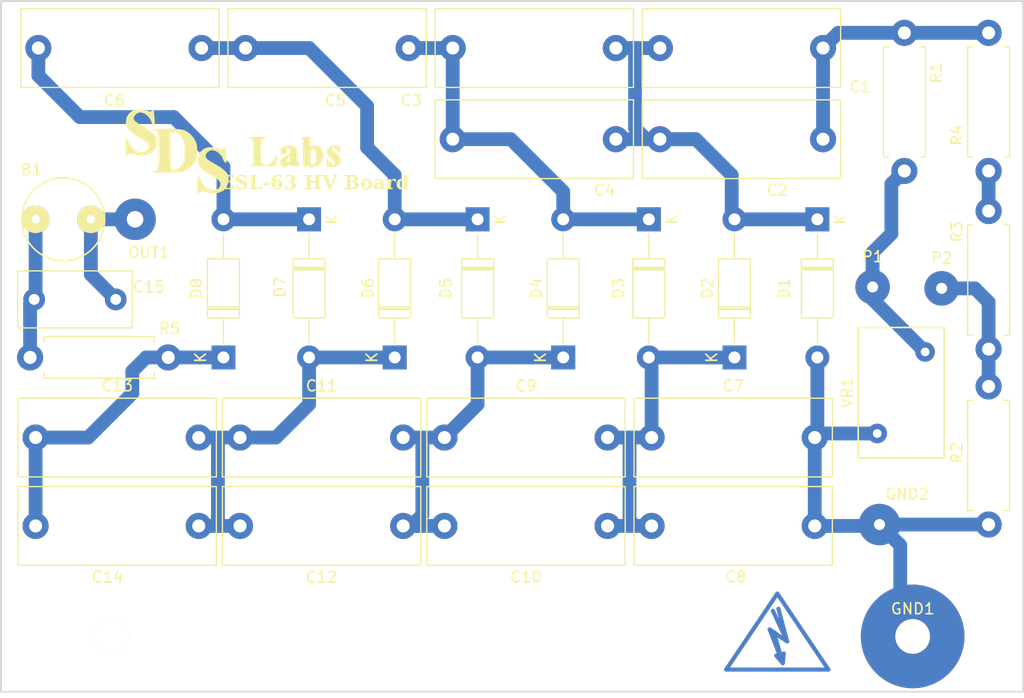
<source format=kicad_pcb>
(kicad_pcb (version 20221018) (generator pcbnew)

  (general
    (thickness 1.6)
  )

  (paper "USLetter")
  (title_block
    (title "Quad ESL-63 HV Board")
    (date "Aug 1, 2018")
    (rev "A")
    (company "SDS Labs")
  )

  (layers
    (0 "F.Cu" signal)
    (31 "B.Cu" signal)
    (32 "B.Adhes" user "B.Adhesive")
    (33 "F.Adhes" user "F.Adhesive")
    (34 "B.Paste" user)
    (35 "F.Paste" user)
    (36 "B.SilkS" user "B.Silkscreen")
    (37 "F.SilkS" user "F.Silkscreen")
    (38 "B.Mask" user)
    (39 "F.Mask" user)
    (40 "Dwgs.User" user "User.Drawings")
    (41 "Cmts.User" user "User.Comments")
    (42 "Eco1.User" user "User.Eco1")
    (43 "Eco2.User" user "User.Eco2")
    (44 "Edge.Cuts" user)
    (45 "Margin" user)
    (46 "B.CrtYd" user "B.Courtyard")
    (47 "F.CrtYd" user "F.Courtyard")
    (48 "B.Fab" user)
    (49 "F.Fab" user)
  )

  (setup
    (pad_to_mask_clearance 0.2)
    (solder_mask_min_width 0.25)
    (pcbplotparams
      (layerselection 0x0000030_ffffffff)
      (plot_on_all_layers_selection 0x0000000_00000000)
      (disableapertmacros false)
      (usegerberextensions false)
      (usegerberattributes false)
      (usegerberadvancedattributes false)
      (creategerberjobfile false)
      (dashed_line_dash_ratio 12.000000)
      (dashed_line_gap_ratio 3.000000)
      (svgprecision 4)
      (plotframeref false)
      (viasonmask false)
      (mode 1)
      (useauxorigin false)
      (hpglpennumber 1)
      (hpglpenspeed 20)
      (hpglpendiameter 15.000000)
      (dxfpolygonmode true)
      (dxfimperialunits true)
      (dxfusepcbnewfont true)
      (psnegative false)
      (psa4output false)
      (plotreference true)
      (plotvalue true)
      (plotinvisibletext false)
      (sketchpadsonfab false)
      (subtractmaskfromsilk false)
      (outputformat 1)
      (mirror false)
      (drillshape 0)
      (scaleselection 1)
      (outputdirectory "")
    )
  )

  (net 0 "")
  (net 1 "Net-(B1-Pad1)")
  (net 2 "Net-(C1-Pad2)")
  (net 3 "Net-(R3-Pad1)")
  (net 4 "Net-(D1-K)")
  (net 5 "Net-(D3-K)")
  (net 6 "Net-(D5-K)")
  (net 7 "Net-(D7-K)")
  (net 8 "Net-(D2-K)")
  (net 9 "Net-(D1-A)")
  (net 10 "Net-(D4-K)")
  (net 11 "Net-(D6-K)")
  (net 12 "Net-(D8-K)")
  (net 13 "Net-(P1-Pin_1)")
  (net 14 "Net-(P2-Pin_1)")
  (net 15 "Net-(OUT1-Pin_1)")

  (footprint "Capacitor_THT:C_Rect_L18.0mm_W7.0mm_P15.00mm_FKS3_FKP3" (layer "F.Cu") (at 168.275 73.914))

  (footprint "Capacitor_THT:C_Rect_L18.0mm_W7.0mm_P15.00mm_FKS3_FKP3" (layer "F.Cu") (at 149.225 73.914))

  (footprint "Capacitor_THT:C_Rect_L18.0mm_W7.0mm_P15.00mm_FKS3_FKP3" (layer "F.Cu") (at 130.175 73.914))

  (footprint "Capacitor_THT:C_Rect_L18.0mm_W7.0mm_P15.00mm_FKS3_FKP3" (layer "F.Cu") (at 111.125 73.914))

  (footprint "Resistor_THT:R_Axial_DIN0411_L9.9mm_D3.6mm_P12.70mm_Horizontal" (layer "F.Cu") (at 190.754 72.517 -90))

  (footprint "Resistor_THT:R_Axial_DIN0411_L9.9mm_D3.6mm_P12.70mm_Horizontal" (layer "F.Cu") (at 198.501 85.217 90))

  (footprint "Wire_Pads:SolderWirePad_single_0-8mmDrill" (layer "F.Cu") (at 191.516 128.016))

  (footprint "Capacitor_THT:C_Rect_L10.3mm_W5.0mm_P7.50mm_MKS4" (layer "F.Cu") (at 118.237 97.028 180))

  (footprint "Capacitor_THT:C_Rect_L18.0mm_W7.0mm_P15.00mm_FKS3_FKP3" (layer "F.Cu") (at 110.871 117.856))

  (footprint "Capacitor_THT:C_Rect_L18.0mm_W7.0mm_P15.00mm_FKS3_FKP3" (layer "F.Cu") (at 110.871 109.728))

  (footprint "Capacitor_THT:C_Rect_L18.0mm_W7.0mm_P15.00mm_FKS3_FKP3" (layer "F.Cu") (at 129.667 117.856))

  (footprint "Wire_Pads:SolderWirePad_single_0-8mmDrill" (layer "F.Cu") (at 194.183 96.012))

  (footprint "Wire_Pads:SolderWirePad_single_0-8mmDrill" (layer "F.Cu") (at 187.833 95.885))

  (footprint "Varistor:RV_Disc_D12mm_W7.9mm_P7.5mm" (layer "F.Cu") (at 192.659 101.854 -90))

  (footprint "Resistor_THT:R_Axial_DIN0411_L9.9mm_D3.6mm_P12.70mm_Horizontal" (layer "F.Cu") (at 110.363 102.362))

  (footprint "Resistor_THT:R_Axial_DIN0411_L9.9mm_D3.6mm_P12.70mm_Horizontal" (layer "F.Cu") (at 198.501 88.9 -90))

  (footprint "Resistor_THT:R_Axial_DIN0411_L9.9mm_D3.6mm_P12.70mm_Horizontal" (layer "F.Cu") (at 198.501 105.029 -90))

  (footprint "Diode_THT:D_DO-41_SOD81_P12.70mm_Horizontal" (layer "F.Cu") (at 128.143 102.362 90))

  (footprint "Diode_THT:D_DO-41_SOD81_P12.70mm_Horizontal" (layer "F.Cu") (at 136.017 89.662 -90))

  (footprint "Diode_THT:D_DO-41_SOD81_P12.70mm_Horizontal" (layer "F.Cu") (at 143.891 102.362 90))

  (footprint "Diode_THT:D_DO-41_SOD81_P12.70mm_Horizontal" (layer "F.Cu") (at 151.511 89.662 -90))

  (footprint "Diode_THT:D_DO-41_SOD81_P12.70mm_Horizontal" (layer "F.Cu") (at 159.385 102.362 90))

  (footprint "Diode_THT:D_DO-41_SOD81_P12.70mm_Horizontal" (layer "F.Cu") (at 167.259 89.662 -90))

  (footprint "Diode_THT:D_DO-41_SOD81_P12.70mm_Horizontal" (layer "F.Cu") (at 175.133 102.362 90))

  (footprint "Diode_THT:D_DO-41_SOD81_P12.70mm_Horizontal" (layer "F.Cu") (at 182.753 89.662 -90))

  (footprint "Capacitor_THT:C_Rect_L18.0mm_W7.0mm_P15.00mm_FKS3_FKP3" (layer "F.Cu") (at 129.667 109.728))

  (footprint "Capacitor_THT:C_Rect_L18.0mm_W7.0mm_P15.00mm_FKS3_FKP3" (layer "F.Cu") (at 148.463 117.856))

  (footprint "Capacitor_THT:C_Rect_L18.0mm_W7.0mm_P15.00mm_FKS3_FKP3" (layer "F.Cu") (at 148.463 109.728))

  (footprint "Capacitor_THT:C_Rect_L18.0mm_W7.0mm_P15.00mm_FKS3_FKP3" (layer "F.Cu") (at 167.513 117.856))

  (footprint "Capacitor_THT:C_Rect_L18.0mm_W7.0mm_P15.00mm_FKS3_FKP3" (layer "F.Cu") (at 168.275 82.296))

  (footprint "Capacitor_THT:C_Rect_L18.0mm_W7.0mm_P15.00mm_FKS3_FKP3" (layer "F.Cu") (at 167.513 109.728))

  (footprint "sdsLogos:sdsLabs-large-fSilk" (layer "F.Cu") (at 129.54 83.185))

  (footprint "Wire_Pads:SolderWirePad_single_0-8mmDrill" (layer "F.Cu") (at 120.015 89.662))

  (footprint "Wire_Pads:SolderWirePad_single_0-8mmDrill" (layer "F.Cu") (at 188.468 117.729))

  (footprint "kicad-SDS-footprints:neonBulb" (layer "F.Cu") (at 113.411 87.122))

  (footprint "Capacitor_THT:C_Rect_L18.0mm_W7.0mm_P15.00mm_FKS3_FKP3" (layer "F.Cu") (at 149.225 82.296))

  (footprint "MountingHole:MountingHole_3.2mm_M3" (layer "F.Cu") (at 117.856 128.016))

  (footprint "Symbol:Symbol_HighVoltage_Type2_CopperTop_VerySmall" (layer "B.Cu") (at 179.07 128.27 180))

  (gr_line (start 107.696 69.596) (end 201.676 69.596)
    (stroke (width 0.15) (type solid)) (layer "Edge.Cuts") (tstamp 37d8ccd6-0a11-49e2-8ee8-70ff7ec6ff14))
  (gr_circle (center 117.856 128.016) (end 119.38 128.016)
    (stroke (width 0.15) (type solid)) (fill none) (layer "Edge.Cuts") (tstamp 393a8004-dd5e-466f-a977-b8f7ff4a859b))
  (gr_line (start 201.676 69.596) (end 201.676 133.096)
    (stroke (width 0.15) (type solid)) (layer "Edge.Cuts") (tstamp 4e3952ca-4dba-41b6-920d-ce918aad1998))
  (gr_line (start 107.696 133.096) (end 107.696 69.596)
    (stroke (width 0.15) (type solid)) (layer "Edge.Cuts") (tstamp ac284c5c-000c-436c-b5e2-e8c466174382))
  (gr_circle (center 191.516 128.016) (end 193.04 128.016)
    (stroke (width 0.15) (type solid)) (fill none) (layer "Edge.Cuts") (tstamp b5329647-ae11-49e0-95af-3e7878e7ee83))
  (gr_line (start 201.676 133.096) (end 107.696 133.096)
    (stroke (width 0.15) (type solid)) (layer "Edge.Cuts") (tstamp ecd43f31-7fbd-4777-a930-661bda7398ac))
  (gr_line (start 107.696 69.596) (end 107.696 122.936)
    (stroke (width 0.2) (type solid)) (layer "Margin") (tstamp 7f6e5263-e60b-4fea-9878-3d95353a2080))
  (gr_line (start 201.676 69.596) (end 107.696 69.596)
    (stroke (width 0.2) (type solid)) (layer "Margin") (tstamp a8763714-72a0-4363-b06c-c6176937ed2a))
  (gr_text "ESL-63 HV Board" (at 136.525 86.36) (layer "F.SilkS") (tstamp 6b1473cf-bb23-448a-bd11-f4aaead3e24b)
    (effects (font (face "Times New Roman") (size 1.27 1.27) (thickness 0.254) bold italic))
    (render_cache "ESL-63 HV Board" 0
      (polygon
        (pts
          (xy 130.238101 85.775334)          (xy 130.139151 86.251784)          (xy 130.162105 86.251784)          (xy 130.175689 86.251509)
          (xy 130.188912 86.250683)          (xy 130.201774 86.249308)          (xy 130.214275 86.247383)          (xy 130.232349 86.243463)
          (xy 130.249611 86.238306)          (xy 130.26606 86.231911)          (xy 130.281697 86.224279)          (xy 130.296522 86.215408)
          (xy 130.310534 86.2053)          (xy 130.323733 86.193954)          (xy 130.336121 86.181371)          (xy 130.347966 86.167582)
          (xy 130.355648 86.157739)          (xy 130.363158 86.147374)          (xy 130.370496 86.136488)          (xy 130.377662 86.125082)
          (xy 130.384656 86.113154)          (xy 130.391477 86.100705)          (xy 130.398127 86.087735)          (xy 130.404605 86.074245)
          (xy 130.41091 86.060233)          (xy 130.417044 86.0457)          (xy 130.423005 86.030646)          (xy 130.428795 86.015071)
          (xy 130.434412 85.998976)          (xy 130.439857 85.982359)          (xy 130.442515 85.973855)          (xy 130.475085 85.973855)
          (xy 130.347287 86.589269)          (xy 130.314718 86.589269)          (xy 130.315957 86.576619)          (xy 130.317376 86.558189)
          (xy 130.318265 86.540414)          (xy 130.318626 86.523293)          (xy 130.318458 86.506826)          (xy 130.317761 86.491014)
          (xy 130.316535 86.475856)          (xy 130.31478 86.461352)          (xy 130.312497 86.447503)          (xy 130.309684 86.434308)
          (xy 130.306343 86.421767)          (xy 130.302565 86.409874)          (xy 130.296994 86.395196)          (xy 130.290812 86.381865)
          (xy 130.284019 86.369882)          (xy 130.276616 86.359245)          (xy 130.266503 86.347845)          (xy 130.255436 86.33855)
          (xy 130.248337 86.333984)          (xy 130.235145 86.32746)          (xy 130.223043 86.323038)          (xy 130.209564 86.319323)
          (xy 130.194709 86.316315)          (xy 130.178478 86.314015)          (xy 130.165401 86.312755)          (xy 130.151549 86.311893)
          (xy 130.136924 86.311428)          (xy 130.126743 86.31134)          (xy 130.0554 86.653788)          (xy 130.052897 86.666009)
          (xy 130.049496 86.683204)          (xy 130.046521 86.699037)          (xy 130.043971 86.713506)          (xy 130.041846 86.726612)
          (xy 130.039675 86.741966)          (xy 130.03826 86.754897)          (xy 130.037554 86.767653)          (xy 130.03803 86.776622)
          (xy 130.041707 86.789793)          (xy 130.048474 86.801389)          (xy 130.057206 86.810478)          (xy 130.060673 86.813225)
          (xy 130.072189 86.819467)          (xy 130.085382 86.823466)          (xy 130.099006 86.825807)          (xy 130.111993 86.826992)
          (xy 130.126463 86.827479)          (xy 130.129535 86.827493)          (xy 130.198707 86.827493)          (xy 130.21876 86.827182)
          (xy 130.23844 86.826248)          (xy 130.257747 86.824691)          (xy 130.276681 86.822511)          (xy 130.295241 86.819708)
          (xy 130.313428 86.816283)          (xy 130.331242 86.812235)          (xy 130.348683 86.807564)          (xy 130.365751 86.80227)
          (xy 130.382445 86.796353)          (xy 130.398767 86.789814)          (xy 130.414715 86.782652)          (xy 130.430289 86.774867)
          (xy 130.445491 86.766459)          (xy 130.46032 86.757428)          (xy 130.474775 86.747775)          (xy 130.48893 86.737508)
          (xy 130.502779 86.726638)          (xy 130.516323 86.715165)          (xy 130.529562 86.703088)          (xy 130.542495 86.690408)
          (xy 130.555123 86.677125)          (xy 130.567446 86.663238)          (xy 130.579463 86.648747)          (xy 130.591175 86.633653)
          (xy 130.602582 86.617956)          (xy 130.613684 86.601656)          (xy 130.62448 86.584752)          (xy 130.63497 86.567244)
          (xy 130.645156 86.549133)          (xy 130.655036 86.530419)          (xy 130.66461 86.511101)          (xy 130.696249 86.511101)
          (xy 130.56566 86.88705)          (xy 129.565613 86.88705)          (xy 129.573988 86.847345)          (xy 129.612761 86.847345)
          (xy 129.628071 86.846929)          (xy 129.642593 86.845679)          (xy 129.656327 86.843597)          (xy 129.669274 86.840681)
          (xy 129.681433 86.836933)          (xy 129.694984 86.831335)          (xy 129.697132 86.830285)          (xy 129.709075 86.823538)
          (xy 129.720086 86.814776)          (xy 129.728958 86.805454)          (xy 129.737118 86.794589)          (xy 129.739318 86.791201)
          (xy 129.745467 86.779609)          (xy 129.750078 86.767603)          (xy 129.753897 86.755762)          (xy 129.757832 86.741935)
          (xy 129.761884 86.72612)          (xy 129.765 86.712955)          (xy 129.76818 86.698672)          (xy 129.770337 86.688529)
          (xy 129.935357 85.894447)          (xy 129.938176 85.880882)          (xy 129.940701 85.868336)          (xy 129.943609 85.853195)
          (xy 129.945993 85.839867)          (xy 129.948238 85.825755)          (xy 129.949852 85.81256)          (xy 129.950246 85.802321)
          (xy 129.9479 85.788886)          (xy 129.943345 85.777118)          (xy 129.935577 85.765872)          (xy 129.927602 85.758584)
          (xy 129.916341 85.750783)          (xy 129.90303 85.744596)          (xy 129.890371 85.740674)          (xy 129.876288 85.737872)
          (xy 129.860782 85.73619)          (xy 129.847352 85.735653)          (xy 129.843852 85.73563)          (xy 129.805078 85.73563)
          (xy 129.813143 85.695926)          (xy 130.782172 85.695926)          (xy 130.708037 86.053263)          (xy 130.675467 86.053263)
          (xy 130.675524 86.037723)          (xy 130.675307 86.022743)          (xy 130.674816 86.008323)          (xy 130.674052 85.994463)
          (xy 130.673013 85.981162)          (xy 130.671701 85.968422)          (xy 130.669219 85.95036)          (xy 130.666121 85.933558)
          (xy 130.662407 85.918016)          (xy 130.658077 85.903733)          (xy 130.65313 85.890709)          (xy 130.647568 85.878946)
          (xy 130.643517 85.871803)          (xy 130.634473 85.85846)          (xy 130.624092 85.846038)          (xy 130.612372 85.834537)
          (xy 130.602705 85.826515)          (xy 130.592285 85.819011)          (xy 130.581113 85.812026)          (xy 130.569188 85.805558)
          (xy 130.556511 85.799609)          (xy 130.543082 85.794177)          (xy 130.533711 85.790844)          (xy 130.521187 85.787209)
          (xy 130.505949 85.784058)          (xy 130.492739 85.782014)          (xy 130.478003 85.780241)          (xy 130.46174 85.778742)
          (xy 130.44395 85.777515)          (xy 130.431242 85.776849)          (xy 130.417855 85.776304)          (xy 130.40379 85.775879)
          (xy 130.389047 85.775577)          (xy 130.373624 85.775395)          (xy 130.357524 85.775334)
        )
      )
      (polygon
        (pts
          (xy 131.788733 85.676074)          (xy 131.715529 86.073115)          (xy 131.680477 86.073115)          (xy 131.680963 86.054311)
          (xy 131.680792 86.035975)          (xy 131.679965 86.018106)          (xy 131.67848 86.000705)          (xy 131.676339 85.983772)
          (xy 131.673542 85.967307)          (xy 131.670087 85.951309)          (xy 131.665976 85.935779)          (xy 131.661208 85.920717)
          (xy 131.655783 85.906122)          (xy 131.649702 85.891995)          (xy 131.642964 85.878336)          (xy 131.635569 85.865145)
          (xy 131.627517 85.852421)          (xy 131.618809 85.840165)          (xy 131.609444 85.828376)          (xy 131.599615 85.817145)
          (xy 131.589514 85.806639)          (xy 131.579143 85.796857)          (xy 131.568499 85.7878)          (xy 131.557584 85.779467)
          (xy 131.546398 85.771859)          (xy 131.534941 85.764976)          (xy 131.523212 85.758817)          (xy 131.511211 85.753382)
          (xy 131.498939 85.748673)          (xy 131.486396 85.744687)          (xy 131.473582 85.741427)          (xy 131.460495 85.738891)
          (xy 131.447138 85.737079)          (xy 131.433509 85.735992)          (xy 131.419609 85.73563)          (xy 131.403497 85.73605)
          (xy 131.38785 85.737309)          (xy 131.372665 85.739409)          (xy 131.357944 85.742348)          (xy 131.343687 85.746126)
          (xy 131.329893 85.750745)          (xy 131.316562 85.756202)          (xy 131.303695 85.7625)          (xy 131.291292 85.769638)
          (xy 131.279351 85.777615)          (xy 131.271649 85.783399)          (xy 131.260669 85.792426)          (xy 131.250529 85.801709)
          (xy 131.241229 85.811248)          (xy 131.232769 85.821043)          (xy 131.225148 85.831095)          (xy 131.216293 85.844896)
          (xy 131.208931 85.859153)          (xy 131.203062 85.873865)          (xy 131.198685 85.889033)          (xy 131.197824 85.892896)
          (xy 131.195498 85.907258)          (xy 131.194567 85.921031)          (xy 131.195032 85.934215)          (xy 131.196893 85.94681)
          (xy 131.20015 85.958817)          (xy 131.201546 85.962688)          (xy 131.207321 85.975461)          (xy 131.214566 85.988188)
          (xy 131.223279 86.000869)          (xy 131.231308 86.010982)          (xy 131.240277 86.021066)          (xy 131.250186 86.03112)
          (xy 131.261035 86.041145)          (xy 131.263894 86.043647)          (xy 131.273922 86.051552)          (xy 131.286945 86.060843)
          (xy 131.298678 86.068721)          (xy 131.312096 86.077379)          (xy 131.327198 86.086816)          (xy 131.338203 86.093541)
          (xy 131.349956 86.100613)          (xy 131.362458 86.10803)          (xy 131.375709 86.115795)          (xy 131.389709 86.123906)
          (xy 131.404457 86.132363)          (xy 131.419954 86.141167)          (xy 131.427984 86.145699)          (xy 131.439218 86.152066)
          (xy 131.450199 86.158411)          (xy 131.460926 86.164733)          (xy 131.481622 86.17731)          (xy 131.501304 86.189798)
          (xy 131.519973 86.202196)          (xy 131.53763 86.214504)          (xy 131.554274 86.226722)          (xy 131.569904 86.238851)
          (xy 131.584522 86.25089)          (xy 131.598126 86.26284)          (xy 131.610718 86.2747)          (xy 131.622297 86.28647)
          (xy 131.632863 86.29815)          (xy 131.642416 86.309741)          (xy 131.650955 86.321243)          (xy 131.658482 86.332654)
          (xy 131.661866 86.338326)          (xy 131.667969 86.34975)          (xy 131.673483 86.361377)          (xy 131.678409 86.373208)
          (xy 131.682745 86.385242)          (xy 131.686493 86.39748)          (xy 131.689652 86.409922)          (xy 131.692222 86.422567)
          (xy 131.694203 86.435415)          (xy 131.695595 86.448467)          (xy 131.696399 86.461723)          (xy 131.696613 86.475182)
          (xy 131.696239 86.488845)          (xy 131.695275 86.502712)          (xy 131.693723 86.516781)          (xy 131.691582 86.531055)
          (xy 131.688852 86.545532)          (xy 131.684605 86.563866)          (xy 131.679542 86.581877)          (xy 131.673662 86.599567)
          (xy 131.666965 86.616934)          (xy 131.659451 86.633978)          (xy 131.651121 86.6507)          (xy 131.641974 86.6671)
          (xy 131.63201 86.683178)          (xy 131.62123 86.698934)          (xy 131.609633 86.714367)          (xy 131.59722 86.729477)
          (xy 131.583989 86.744266)          (xy 131.569942 86.758732)          (xy 131.555079 86.772876)          (xy 131.539398 86.786697)
          (xy 131.522902 86.800197)          (xy 131.505845 86.813118)          (xy 131.488485 86.825206)          (xy 131.470823 86.83646)
          (xy 131.452857 86.84688)          (xy 131.434589 86.856467)          (xy 131.416017 86.86522)          (xy 131.397143 86.873139)
          (xy 131.377966 86.880225)          (xy 131.358486 86.886478)          (xy 131.338703 86.891896)          (xy 131.318617 86.896481)
          (xy 131.298228 86.900233)          (xy 131.277536 86.90315)          (xy 131.256542 86.905234)          (xy 131.235244 86.906485)
          (xy 131.213644 86.906902)          (xy 131.200126 86.906703)          (xy 131.186871 86.906107)          (xy 131.173877 86.905113)
          (xy 131.161144 86.903722)          (xy 131.148674 86.901934)          (xy 131.133454 86.899139)          (xy 131.118642 86.895724)
          (xy 131.112832 86.894184)          (xy 131.097986 86.889754)          (xy 131.08539 86.885413)          (xy 131.072154 86.880366)
          (xy 131.058277 86.87461)          (xy 131.043762 86.868147)          (xy 131.032455 86.862835)          (xy 131.020788 86.857126)
          (xy 131.008762 86.851018)          (xy 131.000544 86.846725)          (xy 130.989267 86.841185)          (xy 130.976413 86.835776)
          (xy 130.964301 86.831719)          (xy 130.951108 86.828695)          (xy 130.937266 86.827493)          (xy 130.924338 86.829039)
          (xy 130.91194 86.833009)          (xy 130.900392 86.838486)          (xy 130.888191 86.845833)          (xy 130.886395 86.847035)
          (xy 130.875752 86.855094)          (xy 130.865457 86.864614)          (xy 130.855512 86.875596)          (xy 130.84749 86.885863)
          (xy 130.839712 86.897145)          (xy 130.833663 86.906902)          (xy 130.802024 86.906902)          (xy 130.892599 86.470156)
          (xy 130.924238 86.470156)          (xy 130.924503 86.492809)          (xy 130.925454 86.51478)          (xy 130.927091 86.53607)
          (xy 130.929414 86.556679)          (xy 130.932423 86.576608)          (xy 130.936117 86.595855)          (xy 130.940497 86.614422)
          (xy 130.945563 86.632307)          (xy 130.951315 86.649512)          (xy 130.957753 86.666035)          (xy 130.964876 86.681878)
          (xy 130.972685 86.69704)          (xy 130.98118 86.71152)          (xy 130.990361 86.72532)          (xy 131.000228 86.738439)
          (xy 131.01078 86.750877)          (xy 131.021819 86.762559)          (xy 131.033143 86.773487)          (xy 131.044753 86.783661)
          (xy 131.05665 86.793082)          (xy 131.068832 86.801749)          (xy 131.0813 86.809662)          (xy 131.094054 86.816822)
          (xy 131.107094 86.823228)          (xy 131.12042 86.828881)          (xy 131.134032 86.833779)          (xy 131.14793 86.837925)
          (xy 131.162114 86.841316)          (xy 131.176583 86.843954)          (xy 131.191339 86.845838)          (xy 131.206381 86.846969)
          (xy 131.221709 86.847345)          (xy 131.239377 86.846879)          (xy 131.256554 86.845481)          (xy 131.27324 86.84315)
          (xy 131.289436 86.839886)          (xy 131.305141 86.835691)          (xy 131.320356 86.830562)          (xy 131.335079 86.824502)
          (xy 131.349312 86.817509)          (xy 131.363055 86.809584)          (xy 131.376306 86.800726)          (xy 131.384868 86.794303)
          (xy 131.397136 86.784147)          (xy 131.408466 86.773685)          (xy 131.418859 86.762918)          (xy 131.428313 86.751846)
          (xy 131.43683 86.740469)          (xy 131.444409 86.728786)          (xy 131.45105 86.716797)          (xy 131.456754 86.704504)
          (xy 131.461519 86.691905)          (xy 131.465347 86.679)          (xy 131.467378 86.670228)          (xy 131.469547 86.65721)
          (xy 131.470625 86.644328)          (xy 131.470613 86.631583)          (xy 131.46951 86.618974)          (xy 131.467317 86.606501)
          (xy 131.464034 86.594165)          (xy 131.462415 86.589269)          (xy 131.457663 86.577056)          (xy 131.451746 86.565041)
          (xy 131.444662 86.553223)          (xy 131.436412 86.541601)          (xy 131.426996 86.530177)          (xy 131.416414 86.518949)
          (xy 131.411854 86.514513)          (xy 131.401628 86.505338)          (xy 131.389404 86.495495)          (xy 131.378926 86.487673)
          (xy 131.367325 86.479475)          (xy 131.354601 86.470901)          (xy 131.340753 86.461951)          (xy 131.325782 86.452624)
          (xy 131.309688 86.442921)          (xy 131.298335 86.436244)          (xy 131.286482 86.429399)          (xy 131.27413 86.422387)
          (xy 131.256777 86.412556)          (xy 131.240078 86.402913)          (xy 131.224033 86.39346)          (xy 131.208642 86.384195)
          (xy 131.193905 86.37512)          (xy 131.179823 86.366233)          (xy 131.166396 86.357536)          (xy 131.153622 86.349028)
          (xy 131.141503 86.340708)          (xy 131.130038 86.332578)          (xy 131.119228 86.324637)          (xy 131.109071 86.316884)
          (xy 131.095064 86.30561)          (xy 131.082528 86.294762)          (xy 131.074989 86.287765)          (xy 131.064532 86.277243)
          (xy 131.054681 86.266497)          (xy 131.045434 86.255527)          (xy 131.036793 86.244334)          (xy 131.028757 86.232918)
          (xy 131.021326 86.221277)          (xy 131.0145 86.209414)          (xy 131.00828 86.197326)          (xy 131.002664 86.185015)
          (xy 130.997654 86.172481)          (xy 130.994651 86.164)          (xy 130.990696 86.15103)          (xy 130.987439 86.137825)
          (xy 130.98488 86.124385)          (xy 130.983019 86.110711)          (xy 130.981855 86.096802)          (xy 130.98139 86.082659)
          (xy 130.981623 86.068282)          (xy 130.982553 86.05367)          (xy 130.984182 86.038824)          (xy 130.986508 86.023743)
          (xy 130.988447 86.013559)          (xy 130.992455 85.996196)          (xy 130.99719 85.979157)          (xy 131.002653 85.962443)
          (xy 131.008842 85.946054)          (xy 131.015758 85.92999)          (xy 131.023401 85.91425)          (xy 131.031771 85.898835)
          (xy 131.040869 85.883745)          (xy 131.050693 85.86898)          (xy 131.061244 85.854539)          (xy 131.072522 85.840423)
          (xy 131.084528 85.826632)          (xy 131.09726 85.813165)          (xy 131.110719 85.800023)          (xy 131.124906 85.787206)
          (xy 131.139819 85.774714)          (xy 131.155222 85.762769)          (xy 131.170876 85.751595)          (xy 131.186783 85.741192)
          (xy 131.202942 85.731559)          (xy 131.219353 85.722697)          (xy 131.236016 85.714605)          (xy 131.252931 85.707284)
          (xy 131.270098 85.700734)          (xy 131.287517 85.694954)          (xy 131.305188 85.689945)          (xy 131.323111 85.685707)
          (xy 131.341286 85.682239)          (xy 131.359713 85.679542)          (xy 131.378392 85.677615)          (xy 131.397324 85.676459)
          (xy 131.416507 85.676074)          (xy 131.430514 85.676287)          (xy 131.444308 85.676927)          (xy 131.457888 85.677993)
          (xy 131.471255 85.679486)          (xy 131.484409 85.681405)          (xy 131.49735 85.683751)          (xy 131.510077 85.686523)
          (xy 131.522591 85.689722)          (xy 131.534847 85.693353)          (xy 131.54777 85.697846)          (xy 131.561359 85.703204)
          (xy 131.575614 85.709424)          (xy 131.587498 85.715022)          (xy 131.599809 85.721172)          (xy 131.612546 85.727875)
          (xy 131.625046 85.734346)          (xy 131.636644 85.739953)          (xy 131.649874 85.74575)          (xy 131.661695 85.750198)
          (xy 131.674021 85.753757)          (xy 131.687301 85.755482)          (xy 131.70043 85.754149)          (xy 131.712286 85.750151)
          (xy 131.72287 85.743487)          (xy 131.724834 85.741834)          (xy 131.733151 85.732606)          (xy 131.741096 85.720587)
          (xy 131.747153 85.709749)          (xy 131.753528 85.697032)          (xy 131.758857 85.685507)          (xy 131.762987 85.676074)
        )
      )
      (polygon
        (pts
          (xy 132.898897 86.450304)          (xy 132.764586 86.88705)          (xy 131.737242 86.88705)          (xy 131.745617 86.847345)
          (xy 131.78408 86.847345)          (xy 131.799308 86.846929)          (xy 131.813778 86.845679)          (xy 131.827491 86.843597)
          (xy 131.840447 86.840681)          (xy 131.852646 86.836933)          (xy 131.866284 86.831335)          (xy 131.868451 86.830285)
          (xy 131.880277 86.823538)          (xy 131.89125 86.814776)          (xy 131.900152 86.805454)          (xy 131.9084 86.794589)
          (xy 131.910637 86.791201)          (xy 131.916665 86.779609)          (xy 131.921208 86.767603)          (xy 131.924983 86.755762)
          (xy 131.928885 86.741935)          (xy 131.932912 86.72612)          (xy 131.936016 86.712955)          (xy 131.93919 86.698672)
          (xy 131.941346 86.688529)          (xy 132.106366 85.894447)          (xy 132.109482 85.879128)          (xy 132.1122 85.864927)
          (xy 132.11452 85.851843)          (xy 132.116994 85.836138)          (xy 132.118761 85.822419)          (xy 132.119974 85.808065)
          (xy 132.119971 85.794939)          (xy 132.119084 85.788672)          (xy 132.114673 85.777075)          (xy 132.107023 85.766361)
          (xy 132.097504 85.757578)          (xy 132.088685 85.75145)          (xy 132.07658 85.745286)          (xy 132.064431 85.741207)
          (xy 132.050647 85.738241)          (xy 132.037911 85.736619)          (xy 132.024039 85.735769)          (xy 132.015171 85.73563)
          (xy 131.976707 85.73563)          (xy 131.984772 85.695926)          (xy 132.601427 85.695926)          (xy 132.593362 85.73563)
          (xy 132.543111 85.73563)          (xy 132.527712 85.736047)          (xy 132.513116 85.737296)          (xy 132.499323 85.739379)
          (xy 132.486332 85.742294)          (xy 132.474144 85.746043)          (xy 132.460578 85.751641)          (xy 132.45843 85.75269)
          (xy 132.446546 85.759437)          (xy 132.435398 85.7682)          (xy 132.426249 85.777521)          (xy 132.417663 85.788386)
          (xy 132.415314 85.791774)          (xy 132.409285 85.803367)          (xy 132.404743 85.815373)          (xy 132.400967 85.827213)
          (xy 132.397066 85.841041)          (xy 132.393038 85.856856)          (xy 132.389935 85.870021)          (xy 132.38676 85.884304)
          (xy 132.384605 85.894447)          (xy 132.22827 86.647274)          (xy 132.224932 86.663679)          (xy 132.222014 86.678928)
          (xy 132.219516 86.693021)          (xy 132.217438 86.705958)          (xy 132.21532 86.721409)          (xy 132.213948 86.734805)
          (xy 132.213283 86.748661)          (xy 132.214025 86.761049)          (xy 132.214311 86.762664)          (xy 132.218995 86.775641)
          (xy 132.227114 86.786655)          (xy 132.237215 86.794798)          (xy 132.246571 86.799887)          (xy 132.260374 86.803279)
          (xy 132.27294 86.804907)          (xy 132.288534 86.806157)          (xy 132.30319 86.806884)          (xy 132.319785 86.807369)
          (xy 132.333504 86.807573)          (xy 132.348313 86.807641)          (xy 132.444781 86.807641)          (xy 132.461848 86.807344)
          (xy 132.4785 86.806453)          (xy 132.494738 86.804967)          (xy 132.510561 86.802887)          (xy 132.52597 86.800212)
          (xy 132.540964 86.796943)          (xy 132.555544 86.79308)          (xy 132.56971 86.788623)          (xy 132.583461 86.783571)
          (xy 132.596798 86.777925)          (xy 132.605459 86.773831)          (xy 132.618236 86.76709)          (xy 132.630861 86.759661)
          (xy 132.643332 86.751546)          (xy 132.655651 86.742744)          (xy 132.667818 86.733255)          (xy 132.679832 86.723079)
          (xy 132.691693 86.712215)          (xy 132.703401 86.700665)          (xy 132.714957 86.688428)          (xy 132.72636 86.675503)
          (xy 132.733877 86.666506)          (xy 132.745245 86.652166)          (xy 132.752917 86.641925)          (xy 132.760664 86.631139)
          (xy 132.768487 86.619807)          (xy 132.776385 86.607931)          (xy 132.784358 86.595508)          (xy 132.792405 86.582541)
          (xy 132.800529 86.569029)          (xy 132.808727 86.554971)          (xy 132.817 86.540368)          (xy 132.825348 86.525219)
          (xy 132.833772 86.509526)          (xy 132.842271 86.493287)          (xy 132.850844 86.476503)          (xy 132.859493 86.459173)
          (xy 132.863846 86.450304)
        )
      )
      (polygon
        (pts
          (xy 133.4957 86.569417)          (xy 132.998468 86.569417)          (xy 133.03569 86.390748)          (xy 133.532922 86.390748)
        )
      )
      (polygon
        (pts
          (xy 134.55003 85.695926)          (xy 134.529853 85.701254)          (xy 134.510113 85.706768)          (xy 134.490809 85.712469)
          (xy 134.47194 85.718356)          (xy 134.453508 85.724431)          (xy 134.435513 85.730691)          (xy 134.417953 85.737139)
          (xy 134.40083 85.743773)          (xy 134.384142 85.750593)          (xy 134.367891 85.7576)          (xy 134.352077 85.764794)
          (xy 134.336698 85.772174)          (xy 134.321756 85.779741)          (xy 134.30725 85.787495)          (xy 134.29318 85.795435)
          (xy 134.279546 85.803561)          (xy 134.266299 85.811892)          (xy 134.253311 85.820442)          (xy 134.240582 85.829214)
          (xy 134.228113 85.838206)          (xy 134.215903 85.847418)          (xy 134.203952 85.856851)          (xy 134.192261 85.866504)
          (xy 134.180828 85.876378)          (xy 134.169656 85.886473)          (xy 134.158742 85.896788)          (xy 134.148088 85.907323)
          (xy 134.137693 85.918079)          (xy 134.127557 85.929056)          (xy 134.117681 85.940253)          (xy 134.108064 85.95167)
          (xy 134.098706 85.963308)          (xy 134.089537 85.975232)          (xy 134.080487 85.987508)          (xy 134.071556 86.000135)
          (xy 134.062744 86.013113)          (xy 134.05405 86.026443)          (xy 134.045475 86.040124)          (xy 134.037019 86.054156)
          (xy 134.028681 86.06854)          (xy 134.020462 86.083275)          (xy 134.012362 86.098362)          (xy 134.004381 86.113799)
          (xy 133.996518 86.129589)          (xy 133.988775 86.145729)          (xy 133.98115 86.162222)          (xy 133.973643 86.179065)
          (xy 133.966256 86.19626)          (xy 133.979127 86.189667)          (xy 133.99118 86.183846)          (xy 134.004564 86.177881)
          (xy 134.01677 86.173028)          (xy 134.029523 86.168773)          (xy 134.034497 86.167412)          (xy 134.04912 86.163923)
          (xy 134.063674 86.160898)          (xy 134.078161 86.158339)          (xy 134.09258 86.156246)          (xy 134.106931 86.154617)
          (xy 134.121214 86.153454)          (xy 134.13543 86.152756)          (xy 134.149577 86.152523)          (xy 134.16554 86.152889)
          (xy 134.181013 86.153987)          (xy 134.195996 86.155817)          (xy 134.21049 86.158378)          (xy 134.224495 86.161671)
          (xy 134.23801 86.165697)          (xy 134.251035 86.170454)          (xy 134.263571 86.175943)          (xy 134.275618 86.182163)
          (xy 134.287175 86.189116)          (xy 134.298242 86.1968)          (xy 134.30882 86.205217)          (xy 134.318908 86.214365)
          (xy 134.328507 86.224245)          (xy 134.337617 86.234857)          (xy 134.346236 86.2462)          (xy 134.354257 86.258136)
          (xy 134.361489 86.270603)          (xy 134.367934 86.283601)          (xy 134.373591 86.297129)          (xy 134.378461 86.311188)
          (xy 134.382543 86.325778)          (xy 134.385838 86.340899)          (xy 134.388345 86.35655)          (xy 134.390064 86.372732)
          (xy 134.390996 86.389444)          (xy 134.39114 86.406688)          (xy 134.390496 86.424462)          (xy 134.389065 86.442766)
          (xy 134.386847 86.461602)          (xy 134.383841 86.480968)          (xy 134.380047 86.500865)          (xy 134.376932 86.514982)
          (xy 134.37348 86.528952)          (xy 134.369691 86.542773)          (xy 134.365565 86.556447)          (xy 134.361102 86.569973)
          (xy 134.356303 86.583351)          (xy 134.351167 86.596581)          (xy 134.345694 86.609664)          (xy 134.339884 86.622598)
          (xy 134.333737 86.635385)          (xy 134.327253 86.648024)          (xy 134.320433 86.660515)          (xy 134.313275 86.672858)
          (xy 134.305781 86.685054)          (xy 134.29795 86.697102)          (xy 134.289782 86.709001)          (xy 134.281365 86.72066)
          (xy 134.272707 86.731984)          (xy 134.26381 86.742974)          (xy 134.254673 86.75363)          (xy 134.245296 86.763951)
          (xy 134.235679 86.773937)          (xy 134.225822 86.78359)          (xy 134.215725 86.792907)          (xy 134.205388 86.801891)
          (xy 134.194811 86.81054)          (xy 134.183995 86.818854)          (xy 134.172938 86.826834)          (xy 134.161642 86.83448)
          (xy 134.150105 86.841791)          (xy 134.138329 86.848768)          (xy 134.126313 86.85541)          (xy 134.114209 86.861646)
          (xy 134.102094 86.867479)          (xy 134.089966 86.872909)          (xy 134.077827 86.877938)          (xy 134.065675 86.882564)
          (xy 134.053511 86.886788)          (xy 134.041335 86.890609)          (xy 134.029146 86.894029)          (xy 134.016946 86.897046)
          (xy 134.004734 86.899661)          (xy 133.992509 86.901873)          (xy 133.974149 86.904438)          (xy 133.955763 86.906097)
          (xy 133.937348 86.906851)          (xy 133.931204 86.906902)          (xy 133.918015 86.906671)          (xy 133.905047 86.905981)
          (xy 133.892299 86.90483)          (xy 133.879771 86.903218)          (xy 133.867464 86.901146)          (xy 133.849417 86.897175)
          (xy 133.831867 86.892168)          (xy 133.814812 86.886124)          (xy 133.798253 86.879045)          (xy 133.782191 86.87093)
          (xy 133.766625 86.861779)          (xy 133.751555 86.851592)          (xy 133.746642 86.847966)          (xy 133.732433 86.836435)
          (xy 133.719118 86.823946)          (xy 133.706697 86.810496)          (xy 133.69517 86.796087)          (xy 133.687983 86.785947)
          (xy 133.681193 86.775382)          (xy 133.6748 86.764389)          (xy 133.668804 86.752971)          (xy 133.663206 86.741125)
          (xy 133.658006 86.728853)          (xy 133.653203 86.716155)          (xy 133.648797 86.70303)          (xy 133.644789 86.689479)
          (xy 133.641178 86.675501)          (xy 133.637989 86.661232)          (xy 133.87444 86.661232)          (xy 133.874521 86.67474)
          (xy 133.874842 86.687734)          (xy 133.875403 86.700214)          (xy 133.876695 86.717971)          (xy 133.878526 86.734573)
          (xy 133.880897 86.750018)          (xy 133.883807 86.764307)          (xy 133.887258 86.77744)          (xy 133.891248 86.789418)
          (xy 133.897408 86.803589)          (xy 133.904528 86.815706)          (xy 133.913154 86.826459)          (xy 133.92298 86.834986)
          (xy 133.934005 86.841289)          (xy 133.946229 86.845368)          (xy 133.959653 86.847222)          (xy 133.964395 86.847345)
          (xy 133.979095 86.845742)          (xy 133.991411 86.841957)          (xy 134.003788 86.835946)          (xy 134.016226 86.827708)
          (xy 134.02622 86.819515)          (xy 134.036253 86.809896)          (xy 134.043803 86.801748)          (xy 134.053709 86.788797)
          (xy 134.06091 86.777151)          (xy 134.067915 86.763847)          (xy 134.074723 86.748885)          (xy 134.081336 86.732265)
          (xy 134.085635 86.720265)          (xy 134.089846 86.707528)          (xy 134.093971 86.694054)          (xy 134.098008 86.679844)
          (xy 134.101958 86.664896)          (xy 134.105821 86.649213)          (xy 134.109597 86.632792)          (xy 134.113285 86.615635)
          (xy 134.116262 86.601043)          (xy 134.119068 86.586736)          (xy 134.121703 86.572714)          (xy 134.124166 86.558977)
          (xy 134.126457 86.545524)          (xy 134.128577 86.532356)          (xy 134.130526 86.519473)          (xy 134.132303 86.506875)
          (xy 134.133909 86.494561)          (xy 134.136606 86.470788)          (xy 134.138618 86.448154)          (xy 134.139943 86.426659)
          (xy 134.140583 86.406303)          (xy 134.140537 86.387086)          (xy 134.139805 86.369008)          (xy 134.138388 86.352068)
          (xy 134.136284 86.336268)          (xy 134.133495 86.321607)          (xy 134.13002 86.308085)          (xy 134.125859 86.295701)
          (xy 134.123521 86.289937)          (xy 134.116736 86.276342)          (xy 134.108787 86.26456)          (xy 134.099675 86.25459)
          (xy 134.0894 86.246433)          (xy 134.077962 86.240089)          (xy 134.065361 86.235557)          (xy 134.051596 86.232838)
          (xy 134.036668 86.231932)          (xy 134.022841 86.232924)          (xy 134.009918 86.235267)          (xy 133.995724 86.238988)
          (xy 133.983452 86.242958)          (xy 133.970366 86.247809)          (xy 133.956465 86.253543)          (xy 133.941751 86.260159)
          (xy 133.93795 86.274647)          (xy 133.934301 86.288643)          (xy 133.930806 86.302147)          (xy 133.927463 86.315159)
          (xy 133.924272 86.327679)          (xy 133.919773 86.345537)          (xy 133.915617 86.362288)          (xy 133.911805 86.377932)
          (xy 133.908336 86.39247)          (xy 133.905211 86.4059)          (xy 133.90243 86.418224)          (xy 133.899255 86.432934)
          (xy 133.896286 86.447639)          (xy 133.893507 86.462285)          (xy 133.890916 86.476874)          (xy 133.888515 86.491404)
          (xy 133.886302 86.505876)          (xy 133.884279 86.52029)          (xy 133.882444 86.534646)          (xy 133.880799 86.548944)
          (xy 133.879342 86.563184)          (xy 133.878075 86.577365)          (xy 133.876997 86.591488)          (xy 133.876107 86.605554)
          (xy 133.875407 86.61956)          (xy 133.874895 86.633509)          (xy 133.874573 86.6474)          (xy 133.87444 86.661232)
          (xy 133.637989 86.661232)          (xy 133.637981 86.661195)          (xy 133.635212 86.646736)          (xy 133.632872 86.632124)
          (xy 133.630961 86.61736)          (xy 133.629479 86.602443)          (xy 133.628427 86.587374)          (xy 133.627803 86.572151)
          (xy 133.627607 86.556776)          (xy 133.627841 86.541249)          (xy 133.628504 86.525569)          (xy 133.629596 86.509736)
          (xy 133.631116 86.49375)          (xy 133.633066 86.477612)          (xy 133.635445 86.461321)          (xy 133.638252 86.444877)
          (xy 133.641488 86.428281)          (xy 133.644134 86.416031)          (xy 133.646953 86.403826)          (xy 133.649945 86.391664)
          (xy 133.653111 86.379547)          (xy 133.65645 86.367475)          (xy 133.659962 86.355446)          (xy 133.663647 86.343462)
          (xy 133.667505 86.331521)          (xy 133.671537 86.319626)          (xy 133.675742 86.307774)          (xy 133.680121 86.295966)
          (xy 133.684672 86.284203)          (xy 133.689397 86.272484)          (xy 133.694296 86.260809)          (xy 133.699367 86.249179)
          (xy 133.704612 86.237593)          (xy 133.71003 86.22605)          (xy 133.715621 86.214553)          (xy 133.721386 86.203099)
          (xy 133.727323 86.191689)          (xy 133.733434 86.180324)          (xy 133.739719 86.169003)          (xy 133.746176 86.157727)
          (xy 133.752807 86.146494)          (xy 133.759611 86.135306)          (xy 133.766589 86.124162)          (xy 133.77374 86.113062)
          (xy 133.781063 86.102006)          (xy 133.788561 86.090995)          (xy 133.796231 86.080028)          (xy 133.804075 86.069105)
          (xy 133.812092 86.058226)          (xy 133.820258 86.047419)          (xy 133.828548 86.036752)          (xy 133.836962 86.026222)
          (xy 133.8455 86.015832)          (xy 133.854163 86.00558)          (xy 133.86295 85.995467)          (xy 133.871861 85.985493)
          (xy 133.880896 85.975658)          (xy 133.890055 85.965961)          (xy 133.899339 85.956403)          (xy 133.908746 85.946984)
          (xy 133.918278 85.937703)          (xy 133.927934 85.928562)          (xy 133.937715 85.919559)          (xy 133.947619 85.910694)
          (xy 133.957648 85.901969)          (xy 133.967801 85.893382)          (xy 133.978078 85.884934)          (xy 133.988479 85.876624)
          (xy 133.999005 85.868454)          (xy 134.009654 85.860422)          (xy 134.020428 85.852529)          (xy 134.031326 85.844774)
          (xy 134.042349 85.837159)          (xy 134.053495 85.829682)          (xy 134.064766 85.822344)          (xy 134.076161 85.815144)
          (xy 134.08768 85.808083)          (xy 134.099323 85.801161)          (xy 134.111091 85.794378)          (xy 134.122982 85.787734)
          (xy 134.134998 85.781228)          (xy 134.147108 85.774871)          (xy 134.159283 85.768712)          (xy 134.171521 85.762752)
          (xy 134.183824 85.756989)          (xy 134.196191 85.751425)          (xy 134.208622 85.746059)          (xy 134.221117 85.740891)
          (xy 134.233677 85.735921)          (xy 134.246301 85.731149)          (xy 134.258989 85.726575)          (xy 134.271741 85.7222)
          (xy 134.284557 85.718022)          (xy 134.297438 85.714043)          (xy 134.310383 85.710261)          (xy 134.323392 85.706678)
          (xy 134.336466 85.703293)          (xy 134.349603 85.700106)          (xy 134.362805 85.697117)          (xy 134.376071 85.694326)
          (xy 134.389401 85.691734)          (xy 134.402796 85.689339)          (xy 134.416254 85.687143)          (xy 134.429777 85.685144)
          (xy 134.443364 85.683344)          (xy 134.457016 85.681742)          (xy 134.470731 85.680338)          (xy 134.484511 85.679132)
          (xy 134.498355 85.678124)          (xy 134.512263 85.677314)          (xy 134.526235 85.676703)          (xy 134.540272 85.676289)
          (xy 134.554373 85.676074)
        )
      )
      (polygon
        (pts
          (xy 134.76437 86.231932)          (xy 134.768403 86.21208)          (xy 134.781116 86.208413)          (xy 134.793354 86.20478)
          (xy 134.81082 86.199395)          (xy 134.827218 86.194086)          (xy 134.842546 86.188854)          (xy 134.856807 86.183697)
          (xy 134.869998 86.178617)          (xy 134.882121 86.173614)          (xy 134.896622 86.167061)          (xy 134.909224 86.160644)
          (xy 134.914812 86.157486)          (xy 134.925441 86.150716)          (xy 134.935924 86.143121)          (xy 134.946262 86.134702)
          (xy 134.956455 86.125459)          (xy 134.966502 86.115393)          (xy 134.976404 86.104502)          (xy 134.98616 86.092788)
          (xy 134.995771 86.080249)          (xy 135.004883 86.067202)          (xy 135.013142 86.054116)          (xy 135.020547 86.040991)
          (xy 135.0271 86.027828)          (xy 135.0328 86.014625)          (xy 135.037646 86.001384)          (xy 135.04164 85.988104)
          (xy 135.044781 85.974785)          (xy 135.047195 85.961129)          (xy 135.048623 85.947843)          (xy 135.049064 85.934927)
          (xy 135.048518 85.922383)          (xy 135.046254 85.906234)          (xy 135.042236 85.890744)          (xy 135.036464 85.875913)
          (xy 135.028937 85.861741)          (xy 135.019656 85.848228)          (xy 135.008935 85.835797)          (xy 134.997089 85.825023)
          (xy 134.98412 85.815906)          (xy 134.970025 85.808447)          (xy 134.954807 85.802645)          (xy 134.942655 85.799382)
          (xy 134.929871 85.797051)          (xy 134.916454 85.795652)          (xy 134.902404 85.795186)          (xy 134.887527 85.795618)
          (xy 134.872752 85.796912)          (xy 134.858079 85.799068)          (xy 134.843507 85.802088)          (xy 134.829037 85.80597)
          (xy 134.814669 85.810715)          (xy 134.800403 85.816323)          (xy 134.786239 85.822793)          (xy 134.772176 85.830126)
          (xy 134.758215 85.838322)          (xy 134.744356 85.84738)          (xy 134.730599 85.857302)          (xy 134.716943 85.868085)
          (xy 134.703389 85.879732)          (xy 134.689937 85.892241)          (xy 134.676587 85.905613)          (xy 134.646809 85.894447)
          (xy 134.657408 85.881049)          (xy 134.668188 85.868076)          (xy 134.67915 85.855526)          (xy 134.690294 85.843401)
          (xy 134.701619 85.8317)          (xy 134.713126 85.820423)          (xy 134.724815 85.80957)          (xy 134.736686 85.799141)
          (xy 134.748739 85.789136)          (xy 134.760973 85.779556)          (xy 134.773389 85.770399)          (xy 134.785987 85.761667)
          (xy 134.798766 85.753358)          (xy 134.811728 85.745474)          (xy 134.824871 85.738013)          (xy 134.838195 85.730977)
          (xy 134.85169 85.724329)          (xy 134.865264 85.718109)          (xy 134.878918 85.712319)          (xy 134.892653 85.706957)
          (xy 134.906467 85.702024)          (xy 134.920361 85.697521)          (xy 134.934336 85.693446)          (xy 134.94839 85.6898)
          (xy 134.962524 85.686583)          (xy 134.976738 85.683795)          (xy 134.991032 85.681436)          (xy 135.005406 85.679505)
          (xy 135.01986 85.678004)          (xy 135.034394 85.676932)          (xy 135.049008 85.676288)          (xy 135.063702 85.676074)
          (xy 135.07849 85.676332)          (xy 135.092841 85.677106)          (xy 135.106755 85.678397)          (xy 135.120234 85.680203)
          (xy 135.133277 85.682526)          (xy 135.145883 85.685365)          (xy 135.158053 85.68872)          (xy 135.17549 85.694721)
          (xy 135.191946 85.701883)          (xy 135.20742 85.710206)          (xy 135.221913 85.719691)          (xy 135.235424 85.730337)
          (xy 135.247954 85.742144)          (xy 135.259324 85.754728)          (xy 135.269237 85.767706)          (xy 135.277695 85.781075)
          (xy 135.284697 85.794837)          (xy 135.290243 85.808992)          (xy 135.294333 85.823539)          (xy 135.296968 85.838479)
          (xy 135.298147 85.853812)          (xy 135.297869 85.869537)          (xy 135.296136 85.885655)          (xy 135.294172 85.896618)
          (xy 135.290595 85.910979)          (xy 135.285914 85.925213)          (xy 135.280127 85.939322)          (xy 135.273235 85.953305)
          (xy 135.265238 85.967162)          (xy 135.256135 85.980892)          (xy 135.248584 85.991108)          (xy 135.24041 86.001252)
          (xy 135.234616 86.007976)          (xy 135.22538 86.017867)          (xy 135.215467 86.027536)          (xy 135.204878 86.03698)
          (xy 135.193613 86.046201)          (xy 135.181672 86.055199)          (xy 135.169055 86.063973)          (xy 135.155762 86.072523)
          (xy 135.141792 86.08085)          (xy 135.127147 86.088954)          (xy 135.111825 86.096834)          (xy 135.101235 86.101963)
          (xy 135.112118 86.10873)          (xy 135.12259 86.115693)          (xy 135.137524 86.126507)          (xy 135.151532 86.137762)
          (xy 135.164612 86.149458)          (xy 135.176766 86.161596)          (xy 135.187993 86.174176)          (xy 135.198293 86.187198)
          (xy 135.207665 86.200661)          (xy 135.216111 86.214566)          (xy 135.22363 86.228912)          (xy 135.225931 86.233793)
          (xy 135.232201 86.248798)          (xy 135.237403 86.264501)          (xy 135.241536 86.280903)          (xy 135.2446 86.298002)
          (xy 135.246596 86.315799)          (xy 135.247523 86.334294)          (xy 135.247547 86.347011)          (xy 135.247096 86.360039)
          (xy 135.246171 86.373377)          (xy 135.24477 86.387026)          (xy 135.242894 86.400984)          (xy 135.240544 86.415253)
          (xy 135.237718 86.429832)          (xy 135.235024 86.442201)          (xy 135.232098 86.454453)          (xy 135.228941 86.466589)
          (xy 135.225553 86.478609)          (xy 135.221933 86.490512)          (xy 135.213999 86.51397)          (xy 135.205139 86.536963)
          (xy 135.195354 86.559491)          (xy 135.184642 86.581553)          (xy 135.173006 86.60315)          (xy 135.160443 86.624281)
          (xy 135.146955 86.644947)          (xy 135.13254 86.665148)          (xy 135.124986 86.675074)          (xy 135.117201 86.684884)
          (xy 135.109184 86.694578)          (xy 135.100935 86.704155)          (xy 135.092455 86.713615)          (xy 135.083744 86.72296)
          (xy 135.074801 86.732188)          (xy 135.065627 86.7413)          (xy 135.056221 86.750295)          (xy 135.046584 86.759174)
          (xy 135.036716 86.767937)          (xy 135.026673 86.776487)          (xy 135.016511 86.784765)          (xy 135.006232 86.792772)
          (xy 134.995834 86.800507)          (xy 134.985318 86.807971)          (xy 134.974684 86.815163)          (xy 134.963932 86.822084)
          (xy 134.953062 86.828734)          (xy 134.942074 86.835112)          (xy 134.930967 86.841219)          (xy 134.919742 86.847055)
          (xy 134.9084 86.852619)          (xy 134.896939 
... [74358 chars truncated]
</source>
